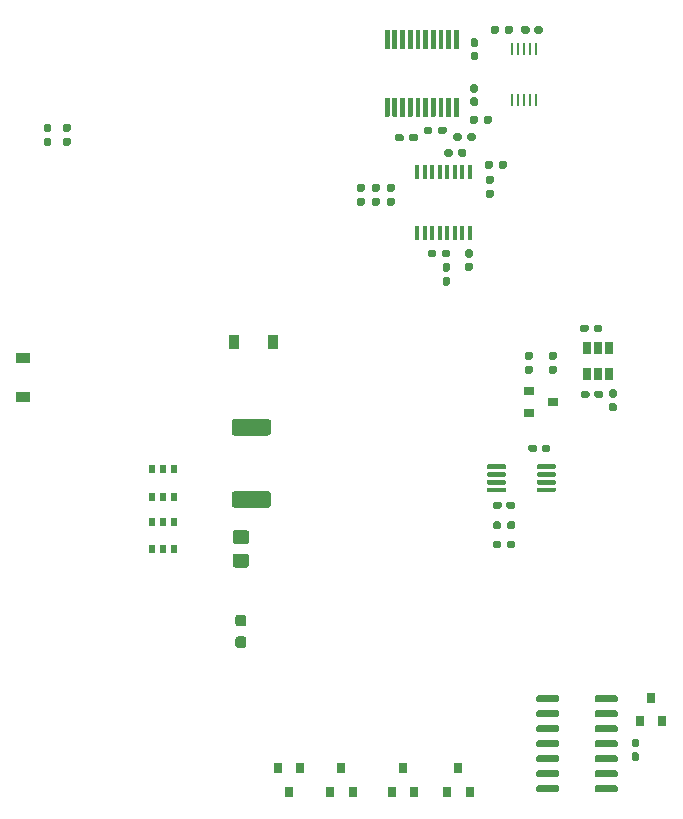
<source format=gtp>
G04 #@! TF.GenerationSoftware,KiCad,Pcbnew,(5.1.10)-1*
G04 #@! TF.CreationDate,2021-11-18T05:31:33+07:00*
G04 #@! TF.ProjectId,Georesistance PCB,47656f72-6573-4697-9374-616e63652050,1*
G04 #@! TF.SameCoordinates,Original*
G04 #@! TF.FileFunction,Paste,Top*
G04 #@! TF.FilePolarity,Positive*
%FSLAX46Y46*%
G04 Gerber Fmt 4.6, Leading zero omitted, Abs format (unit mm)*
G04 Created by KiCad (PCBNEW (5.1.10)-1) date 2021-11-18 05:31:33*
%MOMM*%
%LPD*%
G01*
G04 APERTURE LIST*
%ADD10R,0.900000X0.800000*%
%ADD11R,0.900000X1.200000*%
%ADD12R,0.510000X0.700000*%
%ADD13R,0.650000X1.060000*%
%ADD14R,0.250000X1.100000*%
%ADD15R,0.800000X0.900000*%
%ADD16R,0.400000X1.200000*%
%ADD17R,1.200000X0.900000*%
G04 APERTURE END LIST*
G36*
G01*
X74198000Y-67451000D02*
X74198000Y-67251000D01*
G75*
G02*
X74298000Y-67151000I100000J0D01*
G01*
X75723000Y-67151000D01*
G75*
G02*
X75823000Y-67251000I0J-100000D01*
G01*
X75823000Y-67451000D01*
G75*
G02*
X75723000Y-67551000I-100000J0D01*
G01*
X74298000Y-67551000D01*
G75*
G02*
X74198000Y-67451000I0J100000D01*
G01*
G37*
G36*
G01*
X74198000Y-68101000D02*
X74198000Y-67901000D01*
G75*
G02*
X74298000Y-67801000I100000J0D01*
G01*
X75723000Y-67801000D01*
G75*
G02*
X75823000Y-67901000I0J-100000D01*
G01*
X75823000Y-68101000D01*
G75*
G02*
X75723000Y-68201000I-100000J0D01*
G01*
X74298000Y-68201000D01*
G75*
G02*
X74198000Y-68101000I0J100000D01*
G01*
G37*
G36*
G01*
X74198000Y-68751000D02*
X74198000Y-68551000D01*
G75*
G02*
X74298000Y-68451000I100000J0D01*
G01*
X75723000Y-68451000D01*
G75*
G02*
X75823000Y-68551000I0J-100000D01*
G01*
X75823000Y-68751000D01*
G75*
G02*
X75723000Y-68851000I-100000J0D01*
G01*
X74298000Y-68851000D01*
G75*
G02*
X74198000Y-68751000I0J100000D01*
G01*
G37*
G36*
G01*
X74198000Y-69401000D02*
X74198000Y-69201000D01*
G75*
G02*
X74298000Y-69101000I100000J0D01*
G01*
X75723000Y-69101000D01*
G75*
G02*
X75823000Y-69201000I0J-100000D01*
G01*
X75823000Y-69401000D01*
G75*
G02*
X75723000Y-69501000I-100000J0D01*
G01*
X74298000Y-69501000D01*
G75*
G02*
X74198000Y-69401000I0J100000D01*
G01*
G37*
G36*
G01*
X69973000Y-69401000D02*
X69973000Y-69201000D01*
G75*
G02*
X70073000Y-69101000I100000J0D01*
G01*
X71498000Y-69101000D01*
G75*
G02*
X71598000Y-69201000I0J-100000D01*
G01*
X71598000Y-69401000D01*
G75*
G02*
X71498000Y-69501000I-100000J0D01*
G01*
X70073000Y-69501000D01*
G75*
G02*
X69973000Y-69401000I0J100000D01*
G01*
G37*
G36*
G01*
X69973000Y-68751000D02*
X69973000Y-68551000D01*
G75*
G02*
X70073000Y-68451000I100000J0D01*
G01*
X71498000Y-68451000D01*
G75*
G02*
X71598000Y-68551000I0J-100000D01*
G01*
X71598000Y-68751000D01*
G75*
G02*
X71498000Y-68851000I-100000J0D01*
G01*
X70073000Y-68851000D01*
G75*
G02*
X69973000Y-68751000I0J100000D01*
G01*
G37*
G36*
G01*
X69973000Y-68101000D02*
X69973000Y-67901000D01*
G75*
G02*
X70073000Y-67801000I100000J0D01*
G01*
X71498000Y-67801000D01*
G75*
G02*
X71598000Y-67901000I0J-100000D01*
G01*
X71598000Y-68101000D01*
G75*
G02*
X71498000Y-68201000I-100000J0D01*
G01*
X70073000Y-68201000D01*
G75*
G02*
X69973000Y-68101000I0J100000D01*
G01*
G37*
G36*
G01*
X69973000Y-67451000D02*
X69973000Y-67251000D01*
G75*
G02*
X70073000Y-67151000I100000J0D01*
G01*
X71498000Y-67151000D01*
G75*
G02*
X71598000Y-67251000I0J-100000D01*
G01*
X71598000Y-67451000D01*
G75*
G02*
X71498000Y-67551000I-100000J0D01*
G01*
X70073000Y-67551000D01*
G75*
G02*
X69973000Y-67451000I0J100000D01*
G01*
G37*
D10*
X75549000Y-61849000D03*
X73549000Y-62799000D03*
X73549000Y-60899000D03*
D11*
X51878500Y-56769000D03*
X48578500Y-56769000D03*
G36*
G01*
X81047000Y-94465000D02*
X81047000Y-94765000D01*
G75*
G02*
X80897000Y-94915000I-150000J0D01*
G01*
X79247000Y-94915000D01*
G75*
G02*
X79097000Y-94765000I0J150000D01*
G01*
X79097000Y-94465000D01*
G75*
G02*
X79247000Y-94315000I150000J0D01*
G01*
X80897000Y-94315000D01*
G75*
G02*
X81047000Y-94465000I0J-150000D01*
G01*
G37*
G36*
G01*
X81047000Y-93195000D02*
X81047000Y-93495000D01*
G75*
G02*
X80897000Y-93645000I-150000J0D01*
G01*
X79247000Y-93645000D01*
G75*
G02*
X79097000Y-93495000I0J150000D01*
G01*
X79097000Y-93195000D01*
G75*
G02*
X79247000Y-93045000I150000J0D01*
G01*
X80897000Y-93045000D01*
G75*
G02*
X81047000Y-93195000I0J-150000D01*
G01*
G37*
G36*
G01*
X81047000Y-91925000D02*
X81047000Y-92225000D01*
G75*
G02*
X80897000Y-92375000I-150000J0D01*
G01*
X79247000Y-92375000D01*
G75*
G02*
X79097000Y-92225000I0J150000D01*
G01*
X79097000Y-91925000D01*
G75*
G02*
X79247000Y-91775000I150000J0D01*
G01*
X80897000Y-91775000D01*
G75*
G02*
X81047000Y-91925000I0J-150000D01*
G01*
G37*
G36*
G01*
X81047000Y-90655000D02*
X81047000Y-90955000D01*
G75*
G02*
X80897000Y-91105000I-150000J0D01*
G01*
X79247000Y-91105000D01*
G75*
G02*
X79097000Y-90955000I0J150000D01*
G01*
X79097000Y-90655000D01*
G75*
G02*
X79247000Y-90505000I150000J0D01*
G01*
X80897000Y-90505000D01*
G75*
G02*
X81047000Y-90655000I0J-150000D01*
G01*
G37*
G36*
G01*
X81047000Y-89385000D02*
X81047000Y-89685000D01*
G75*
G02*
X80897000Y-89835000I-150000J0D01*
G01*
X79247000Y-89835000D01*
G75*
G02*
X79097000Y-89685000I0J150000D01*
G01*
X79097000Y-89385000D01*
G75*
G02*
X79247000Y-89235000I150000J0D01*
G01*
X80897000Y-89235000D01*
G75*
G02*
X81047000Y-89385000I0J-150000D01*
G01*
G37*
G36*
G01*
X81047000Y-88115000D02*
X81047000Y-88415000D01*
G75*
G02*
X80897000Y-88565000I-150000J0D01*
G01*
X79247000Y-88565000D01*
G75*
G02*
X79097000Y-88415000I0J150000D01*
G01*
X79097000Y-88115000D01*
G75*
G02*
X79247000Y-87965000I150000J0D01*
G01*
X80897000Y-87965000D01*
G75*
G02*
X81047000Y-88115000I0J-150000D01*
G01*
G37*
G36*
G01*
X81047000Y-86845000D02*
X81047000Y-87145000D01*
G75*
G02*
X80897000Y-87295000I-150000J0D01*
G01*
X79247000Y-87295000D01*
G75*
G02*
X79097000Y-87145000I0J150000D01*
G01*
X79097000Y-86845000D01*
G75*
G02*
X79247000Y-86695000I150000J0D01*
G01*
X80897000Y-86695000D01*
G75*
G02*
X81047000Y-86845000I0J-150000D01*
G01*
G37*
G36*
G01*
X76097000Y-86845000D02*
X76097000Y-87145000D01*
G75*
G02*
X75947000Y-87295000I-150000J0D01*
G01*
X74297000Y-87295000D01*
G75*
G02*
X74147000Y-87145000I0J150000D01*
G01*
X74147000Y-86845000D01*
G75*
G02*
X74297000Y-86695000I150000J0D01*
G01*
X75947000Y-86695000D01*
G75*
G02*
X76097000Y-86845000I0J-150000D01*
G01*
G37*
G36*
G01*
X76097000Y-88115000D02*
X76097000Y-88415000D01*
G75*
G02*
X75947000Y-88565000I-150000J0D01*
G01*
X74297000Y-88565000D01*
G75*
G02*
X74147000Y-88415000I0J150000D01*
G01*
X74147000Y-88115000D01*
G75*
G02*
X74297000Y-87965000I150000J0D01*
G01*
X75947000Y-87965000D01*
G75*
G02*
X76097000Y-88115000I0J-150000D01*
G01*
G37*
G36*
G01*
X76097000Y-89385000D02*
X76097000Y-89685000D01*
G75*
G02*
X75947000Y-89835000I-150000J0D01*
G01*
X74297000Y-89835000D01*
G75*
G02*
X74147000Y-89685000I0J150000D01*
G01*
X74147000Y-89385000D01*
G75*
G02*
X74297000Y-89235000I150000J0D01*
G01*
X75947000Y-89235000D01*
G75*
G02*
X76097000Y-89385000I0J-150000D01*
G01*
G37*
G36*
G01*
X76097000Y-90655000D02*
X76097000Y-90955000D01*
G75*
G02*
X75947000Y-91105000I-150000J0D01*
G01*
X74297000Y-91105000D01*
G75*
G02*
X74147000Y-90955000I0J150000D01*
G01*
X74147000Y-90655000D01*
G75*
G02*
X74297000Y-90505000I150000J0D01*
G01*
X75947000Y-90505000D01*
G75*
G02*
X76097000Y-90655000I0J-150000D01*
G01*
G37*
G36*
G01*
X76097000Y-91925000D02*
X76097000Y-92225000D01*
G75*
G02*
X75947000Y-92375000I-150000J0D01*
G01*
X74297000Y-92375000D01*
G75*
G02*
X74147000Y-92225000I0J150000D01*
G01*
X74147000Y-91925000D01*
G75*
G02*
X74297000Y-91775000I150000J0D01*
G01*
X75947000Y-91775000D01*
G75*
G02*
X76097000Y-91925000I0J-150000D01*
G01*
G37*
G36*
G01*
X76097000Y-93195000D02*
X76097000Y-93495000D01*
G75*
G02*
X75947000Y-93645000I-150000J0D01*
G01*
X74297000Y-93645000D01*
G75*
G02*
X74147000Y-93495000I0J150000D01*
G01*
X74147000Y-93195000D01*
G75*
G02*
X74297000Y-93045000I150000J0D01*
G01*
X75947000Y-93045000D01*
G75*
G02*
X76097000Y-93195000I0J-150000D01*
G01*
G37*
G36*
G01*
X76097000Y-94465000D02*
X76097000Y-94765000D01*
G75*
G02*
X75947000Y-94915000I-150000J0D01*
G01*
X74297000Y-94915000D01*
G75*
G02*
X74147000Y-94765000I0J150000D01*
G01*
X74147000Y-94465000D01*
G75*
G02*
X74297000Y-94315000I150000J0D01*
G01*
X75947000Y-94315000D01*
G75*
G02*
X76097000Y-94465000I0J-150000D01*
G01*
G37*
G36*
G01*
X66388000Y-50099000D02*
X66708000Y-50099000D01*
G75*
G02*
X66868000Y-50259000I0J-160000D01*
G01*
X66868000Y-50654000D01*
G75*
G02*
X66708000Y-50814000I-160000J0D01*
G01*
X66388000Y-50814000D01*
G75*
G02*
X66228000Y-50654000I0J160000D01*
G01*
X66228000Y-50259000D01*
G75*
G02*
X66388000Y-50099000I160000J0D01*
G01*
G37*
G36*
G01*
X66388000Y-51294000D02*
X66708000Y-51294000D01*
G75*
G02*
X66868000Y-51454000I0J-160000D01*
G01*
X66868000Y-51849000D01*
G75*
G02*
X66708000Y-52009000I-160000J0D01*
G01*
X66388000Y-52009000D01*
G75*
G02*
X66228000Y-51849000I0J160000D01*
G01*
X66228000Y-51454000D01*
G75*
G02*
X66388000Y-51294000I160000J0D01*
G01*
G37*
G36*
G01*
X65673000Y-49116000D02*
X65673000Y-49436000D01*
G75*
G02*
X65513000Y-49596000I-160000J0D01*
G01*
X65118000Y-49596000D01*
G75*
G02*
X64958000Y-49436000I0J160000D01*
G01*
X64958000Y-49116000D01*
G75*
G02*
X65118000Y-48956000I160000J0D01*
G01*
X65513000Y-48956000D01*
G75*
G02*
X65673000Y-49116000I0J-160000D01*
G01*
G37*
G36*
G01*
X66868000Y-49116000D02*
X66868000Y-49436000D01*
G75*
G02*
X66708000Y-49596000I-160000J0D01*
G01*
X66313000Y-49596000D01*
G75*
G02*
X66153000Y-49436000I0J160000D01*
G01*
X66153000Y-49116000D01*
G75*
G02*
X66313000Y-48956000I160000J0D01*
G01*
X66708000Y-48956000D01*
G75*
G02*
X66868000Y-49116000I0J-160000D01*
G01*
G37*
G36*
G01*
X70071000Y-43890500D02*
X70391000Y-43890500D01*
G75*
G02*
X70551000Y-44050500I0J-160000D01*
G01*
X70551000Y-44445500D01*
G75*
G02*
X70391000Y-44605500I-160000J0D01*
G01*
X70071000Y-44605500D01*
G75*
G02*
X69911000Y-44445500I0J160000D01*
G01*
X69911000Y-44050500D01*
G75*
G02*
X70071000Y-43890500I160000J0D01*
G01*
G37*
G36*
G01*
X70071000Y-42695500D02*
X70391000Y-42695500D01*
G75*
G02*
X70551000Y-42855500I0J-160000D01*
G01*
X70551000Y-43250500D01*
G75*
G02*
X70391000Y-43410500I-160000J0D01*
G01*
X70071000Y-43410500D01*
G75*
G02*
X69911000Y-43250500I0J160000D01*
G01*
X69911000Y-42855500D01*
G75*
G02*
X70071000Y-42695500I160000J0D01*
G01*
G37*
G36*
G01*
X48911500Y-79880000D02*
X49386500Y-79880000D01*
G75*
G02*
X49624000Y-80117500I0J-237500D01*
G01*
X49624000Y-80617500D01*
G75*
G02*
X49386500Y-80855000I-237500J0D01*
G01*
X48911500Y-80855000D01*
G75*
G02*
X48674000Y-80617500I0J237500D01*
G01*
X48674000Y-80117500D01*
G75*
G02*
X48911500Y-79880000I237500J0D01*
G01*
G37*
G36*
G01*
X48911500Y-81705000D02*
X49386500Y-81705000D01*
G75*
G02*
X49624000Y-81942500I0J-237500D01*
G01*
X49624000Y-82442500D01*
G75*
G02*
X49386500Y-82680000I-237500J0D01*
G01*
X48911500Y-82680000D01*
G75*
G02*
X48674000Y-82442500I0J237500D01*
G01*
X48674000Y-81942500D01*
G75*
G02*
X48911500Y-81705000I237500J0D01*
G01*
G37*
G36*
G01*
X48612999Y-69406000D02*
X51463001Y-69406000D01*
G75*
G02*
X51713000Y-69655999I0J-249999D01*
G01*
X51713000Y-70556001D01*
G75*
G02*
X51463001Y-70806000I-249999J0D01*
G01*
X48612999Y-70806000D01*
G75*
G02*
X48363000Y-70556001I0J249999D01*
G01*
X48363000Y-69655999D01*
G75*
G02*
X48612999Y-69406000I249999J0D01*
G01*
G37*
G36*
G01*
X48612999Y-63306000D02*
X51463001Y-63306000D01*
G75*
G02*
X51713000Y-63555999I0J-249999D01*
G01*
X51713000Y-64456001D01*
G75*
G02*
X51463001Y-64706000I-249999J0D01*
G01*
X48612999Y-64706000D01*
G75*
G02*
X48363000Y-64456001I0J249999D01*
G01*
X48363000Y-63555999D01*
G75*
G02*
X48612999Y-63306000I249999J0D01*
G01*
G37*
G36*
G01*
X48698999Y-74695000D02*
X49599001Y-74695000D01*
G75*
G02*
X49849000Y-74944999I0J-249999D01*
G01*
X49849000Y-75645001D01*
G75*
G02*
X49599001Y-75895000I-249999J0D01*
G01*
X48698999Y-75895000D01*
G75*
G02*
X48449000Y-75645001I0J249999D01*
G01*
X48449000Y-74944999D01*
G75*
G02*
X48698999Y-74695000I249999J0D01*
G01*
G37*
G36*
G01*
X48698999Y-72695000D02*
X49599001Y-72695000D01*
G75*
G02*
X49849000Y-72944999I0J-249999D01*
G01*
X49849000Y-73645001D01*
G75*
G02*
X49599001Y-73895000I-249999J0D01*
G01*
X48698999Y-73895000D01*
G75*
G02*
X48449000Y-73645001I0J249999D01*
G01*
X48449000Y-72944999D01*
G75*
G02*
X48698999Y-72695000I249999J0D01*
G01*
G37*
G36*
G01*
X73373000Y-58787000D02*
X73693000Y-58787000D01*
G75*
G02*
X73853000Y-58947000I0J-160000D01*
G01*
X73853000Y-59342000D01*
G75*
G02*
X73693000Y-59502000I-160000J0D01*
G01*
X73373000Y-59502000D01*
G75*
G02*
X73213000Y-59342000I0J160000D01*
G01*
X73213000Y-58947000D01*
G75*
G02*
X73373000Y-58787000I160000J0D01*
G01*
G37*
G36*
G01*
X73373000Y-57592000D02*
X73693000Y-57592000D01*
G75*
G02*
X73853000Y-57752000I0J-160000D01*
G01*
X73853000Y-58147000D01*
G75*
G02*
X73693000Y-58307000I-160000J0D01*
G01*
X73373000Y-58307000D01*
G75*
G02*
X73213000Y-58147000I0J160000D01*
G01*
X73213000Y-57752000D01*
G75*
G02*
X73373000Y-57592000I160000J0D01*
G01*
G37*
G36*
G01*
X59469000Y-44083000D02*
X59149000Y-44083000D01*
G75*
G02*
X58989000Y-43923000I0J160000D01*
G01*
X58989000Y-43528000D01*
G75*
G02*
X59149000Y-43368000I160000J0D01*
G01*
X59469000Y-43368000D01*
G75*
G02*
X59629000Y-43528000I0J-160000D01*
G01*
X59629000Y-43923000D01*
G75*
G02*
X59469000Y-44083000I-160000J0D01*
G01*
G37*
G36*
G01*
X59469000Y-45278000D02*
X59149000Y-45278000D01*
G75*
G02*
X58989000Y-45118000I0J160000D01*
G01*
X58989000Y-44723000D01*
G75*
G02*
X59149000Y-44563000I160000J0D01*
G01*
X59469000Y-44563000D01*
G75*
G02*
X59629000Y-44723000I0J-160000D01*
G01*
X59629000Y-45118000D01*
G75*
G02*
X59469000Y-45278000I-160000J0D01*
G01*
G37*
G36*
G01*
X62009000Y-44083000D02*
X61689000Y-44083000D01*
G75*
G02*
X61529000Y-43923000I0J160000D01*
G01*
X61529000Y-43528000D01*
G75*
G02*
X61689000Y-43368000I160000J0D01*
G01*
X62009000Y-43368000D01*
G75*
G02*
X62169000Y-43528000I0J-160000D01*
G01*
X62169000Y-43923000D01*
G75*
G02*
X62009000Y-44083000I-160000J0D01*
G01*
G37*
G36*
G01*
X62009000Y-45278000D02*
X61689000Y-45278000D01*
G75*
G02*
X61529000Y-45118000I0J160000D01*
G01*
X61529000Y-44723000D01*
G75*
G02*
X61689000Y-44563000I160000J0D01*
G01*
X62009000Y-44563000D01*
G75*
G02*
X62169000Y-44723000I0J-160000D01*
G01*
X62169000Y-45118000D01*
G75*
G02*
X62009000Y-45278000I-160000J0D01*
G01*
G37*
G36*
G01*
X63409800Y-39631600D02*
X63409800Y-39311600D01*
G75*
G02*
X63569800Y-39151600I160000J0D01*
G01*
X63964800Y-39151600D01*
G75*
G02*
X64124800Y-39311600I0J-160000D01*
G01*
X64124800Y-39631600D01*
G75*
G02*
X63964800Y-39791600I-160000J0D01*
G01*
X63569800Y-39791600D01*
G75*
G02*
X63409800Y-39631600I0J160000D01*
G01*
G37*
G36*
G01*
X62214800Y-39631600D02*
X62214800Y-39311600D01*
G75*
G02*
X62374800Y-39151600I160000J0D01*
G01*
X62769800Y-39151600D01*
G75*
G02*
X62929800Y-39311600I0J-160000D01*
G01*
X62929800Y-39631600D01*
G75*
G02*
X62769800Y-39791600I-160000J0D01*
G01*
X62374800Y-39791600D01*
G75*
G02*
X62214800Y-39631600I0J160000D01*
G01*
G37*
G36*
G01*
X32926000Y-39003000D02*
X32606000Y-39003000D01*
G75*
G02*
X32446000Y-38843000I0J160000D01*
G01*
X32446000Y-38448000D01*
G75*
G02*
X32606000Y-38288000I160000J0D01*
G01*
X32926000Y-38288000D01*
G75*
G02*
X33086000Y-38448000I0J-160000D01*
G01*
X33086000Y-38843000D01*
G75*
G02*
X32926000Y-39003000I-160000J0D01*
G01*
G37*
G36*
G01*
X32926000Y-40198000D02*
X32606000Y-40198000D01*
G75*
G02*
X32446000Y-40038000I0J160000D01*
G01*
X32446000Y-39643000D01*
G75*
G02*
X32606000Y-39483000I160000J0D01*
G01*
X32926000Y-39483000D01*
G75*
G02*
X33086000Y-39643000I0J-160000D01*
G01*
X33086000Y-40038000D01*
G75*
G02*
X32926000Y-40198000I-160000J0D01*
G01*
G37*
G36*
G01*
X34257000Y-39483000D02*
X34577000Y-39483000D01*
G75*
G02*
X34737000Y-39643000I0J-160000D01*
G01*
X34737000Y-40038000D01*
G75*
G02*
X34577000Y-40198000I-160000J0D01*
G01*
X34257000Y-40198000D01*
G75*
G02*
X34097000Y-40038000I0J160000D01*
G01*
X34097000Y-39643000D01*
G75*
G02*
X34257000Y-39483000I160000J0D01*
G01*
G37*
G36*
G01*
X34257000Y-38288000D02*
X34577000Y-38288000D01*
G75*
G02*
X34737000Y-38448000I0J-160000D01*
G01*
X34737000Y-38843000D01*
G75*
G02*
X34577000Y-39003000I-160000J0D01*
G01*
X34257000Y-39003000D01*
G75*
G02*
X34097000Y-38843000I0J160000D01*
G01*
X34097000Y-38448000D01*
G75*
G02*
X34257000Y-38288000I160000J0D01*
G01*
G37*
G36*
G01*
X75405000Y-58787000D02*
X75725000Y-58787000D01*
G75*
G02*
X75885000Y-58947000I0J-160000D01*
G01*
X75885000Y-59342000D01*
G75*
G02*
X75725000Y-59502000I-160000J0D01*
G01*
X75405000Y-59502000D01*
G75*
G02*
X75245000Y-59342000I0J160000D01*
G01*
X75245000Y-58947000D01*
G75*
G02*
X75405000Y-58787000I160000J0D01*
G01*
G37*
G36*
G01*
X75405000Y-57592000D02*
X75725000Y-57592000D01*
G75*
G02*
X75885000Y-57752000I0J-160000D01*
G01*
X75885000Y-58147000D01*
G75*
G02*
X75725000Y-58307000I-160000J0D01*
G01*
X75405000Y-58307000D01*
G75*
G02*
X75245000Y-58147000I0J160000D01*
G01*
X75245000Y-57752000D01*
G75*
G02*
X75405000Y-57592000I160000J0D01*
G01*
G37*
G36*
G01*
X69229000Y-37813000D02*
X69229000Y-38133000D01*
G75*
G02*
X69069000Y-38293000I-160000J0D01*
G01*
X68674000Y-38293000D01*
G75*
G02*
X68514000Y-38133000I0J160000D01*
G01*
X68514000Y-37813000D01*
G75*
G02*
X68674000Y-37653000I160000J0D01*
G01*
X69069000Y-37653000D01*
G75*
G02*
X69229000Y-37813000I0J-160000D01*
G01*
G37*
G36*
G01*
X70424000Y-37813000D02*
X70424000Y-38133000D01*
G75*
G02*
X70264000Y-38293000I-160000J0D01*
G01*
X69869000Y-38293000D01*
G75*
G02*
X69709000Y-38133000I0J160000D01*
G01*
X69709000Y-37813000D01*
G75*
G02*
X69869000Y-37653000I160000J0D01*
G01*
X70264000Y-37653000D01*
G75*
G02*
X70424000Y-37813000I0J-160000D01*
G01*
G37*
D12*
X41595000Y-74312000D03*
X42545000Y-74312000D03*
X43495000Y-74312000D03*
X43495000Y-71992000D03*
X42545000Y-71992000D03*
X41595000Y-71992000D03*
X41595000Y-67547000D03*
X42545000Y-67547000D03*
X43495000Y-67547000D03*
X43495000Y-69867000D03*
X42545000Y-69867000D03*
X41595000Y-69867000D03*
D13*
X79375000Y-57320000D03*
X78425000Y-57320000D03*
X80325000Y-57320000D03*
X80325000Y-59520000D03*
X79375000Y-59520000D03*
X78425000Y-59520000D03*
D14*
X72101200Y-32013000D03*
X72601200Y-32013000D03*
X73101200Y-32013000D03*
X73601200Y-32013000D03*
X74101200Y-32013000D03*
X74101200Y-36313000D03*
X73601200Y-36313000D03*
X73101200Y-36313000D03*
X72601200Y-36313000D03*
X72101200Y-36313000D03*
G36*
G01*
X67205700Y-36121000D02*
X67574700Y-36121000D01*
G75*
G02*
X67595200Y-36141500I0J-20500D01*
G01*
X67595200Y-37670500D01*
G75*
G02*
X67574700Y-37691000I-20500J0D01*
G01*
X67205700Y-37691000D01*
G75*
G02*
X67185200Y-37670500I0J20500D01*
G01*
X67185200Y-36141500D01*
G75*
G02*
X67205700Y-36121000I20500J0D01*
G01*
G37*
G36*
G01*
X66555700Y-36121000D02*
X66924700Y-36121000D01*
G75*
G02*
X66945200Y-36141500I0J-20500D01*
G01*
X66945200Y-37670500D01*
G75*
G02*
X66924700Y-37691000I-20500J0D01*
G01*
X66555700Y-37691000D01*
G75*
G02*
X66535200Y-37670500I0J20500D01*
G01*
X66535200Y-36141500D01*
G75*
G02*
X66555700Y-36121000I20500J0D01*
G01*
G37*
G36*
G01*
X65905700Y-36121000D02*
X66274700Y-36121000D01*
G75*
G02*
X66295200Y-36141500I0J-20500D01*
G01*
X66295200Y-37670500D01*
G75*
G02*
X66274700Y-37691000I-20500J0D01*
G01*
X65905700Y-37691000D01*
G75*
G02*
X65885200Y-37670500I0J20500D01*
G01*
X65885200Y-36141500D01*
G75*
G02*
X65905700Y-36121000I20500J0D01*
G01*
G37*
G36*
G01*
X65255700Y-36121000D02*
X65624700Y-36121000D01*
G75*
G02*
X65645200Y-36141500I0J-20500D01*
G01*
X65645200Y-37670500D01*
G75*
G02*
X65624700Y-37691000I-20500J0D01*
G01*
X65255700Y-37691000D01*
G75*
G02*
X65235200Y-37670500I0J20500D01*
G01*
X65235200Y-36141500D01*
G75*
G02*
X65255700Y-36121000I20500J0D01*
G01*
G37*
G36*
G01*
X64605700Y-36121000D02*
X64974700Y-36121000D01*
G75*
G02*
X64995200Y-36141500I0J-20500D01*
G01*
X64995200Y-37670500D01*
G75*
G02*
X64974700Y-37691000I-20500J0D01*
G01*
X64605700Y-37691000D01*
G75*
G02*
X64585200Y-37670500I0J20500D01*
G01*
X64585200Y-36141500D01*
G75*
G02*
X64605700Y-36121000I20500J0D01*
G01*
G37*
G36*
G01*
X63955700Y-36121000D02*
X64324700Y-36121000D01*
G75*
G02*
X64345200Y-36141500I0J-20500D01*
G01*
X64345200Y-37670500D01*
G75*
G02*
X64324700Y-37691000I-20500J0D01*
G01*
X63955700Y-37691000D01*
G75*
G02*
X63935200Y-37670500I0J20500D01*
G01*
X63935200Y-36141500D01*
G75*
G02*
X63955700Y-36121000I20500J0D01*
G01*
G37*
G36*
G01*
X63305700Y-36121000D02*
X63674700Y-36121000D01*
G75*
G02*
X63695200Y-36141500I0J-20500D01*
G01*
X63695200Y-37670500D01*
G75*
G02*
X63674700Y-37691000I-20500J0D01*
G01*
X63305700Y-37691000D01*
G75*
G02*
X63285200Y-37670500I0J20500D01*
G01*
X63285200Y-36141500D01*
G75*
G02*
X63305700Y-36121000I20500J0D01*
G01*
G37*
G36*
G01*
X62655700Y-36121000D02*
X63024700Y-36121000D01*
G75*
G02*
X63045200Y-36141500I0J-20500D01*
G01*
X63045200Y-37670500D01*
G75*
G02*
X63024700Y-37691000I-20500J0D01*
G01*
X62655700Y-37691000D01*
G75*
G02*
X62635200Y-37670500I0J20500D01*
G01*
X62635200Y-36141500D01*
G75*
G02*
X62655700Y-36121000I20500J0D01*
G01*
G37*
G36*
G01*
X62005700Y-36121000D02*
X62374700Y-36121000D01*
G75*
G02*
X62395200Y-36141500I0J-20500D01*
G01*
X62395200Y-37670500D01*
G75*
G02*
X62374700Y-37691000I-20500J0D01*
G01*
X62005700Y-37691000D01*
G75*
G02*
X61985200Y-37670500I0J20500D01*
G01*
X61985200Y-36141500D01*
G75*
G02*
X62005700Y-36121000I20500J0D01*
G01*
G37*
G36*
G01*
X61355700Y-36121000D02*
X61724700Y-36121000D01*
G75*
G02*
X61745200Y-36141500I0J-20500D01*
G01*
X61745200Y-37670500D01*
G75*
G02*
X61724700Y-37691000I-20500J0D01*
G01*
X61355700Y-37691000D01*
G75*
G02*
X61335200Y-37670500I0J20500D01*
G01*
X61335200Y-36141500D01*
G75*
G02*
X61355700Y-36121000I20500J0D01*
G01*
G37*
G36*
G01*
X61355700Y-30381000D02*
X61724700Y-30381000D01*
G75*
G02*
X61745200Y-30401500I0J-20500D01*
G01*
X61745200Y-31930500D01*
G75*
G02*
X61724700Y-31951000I-20500J0D01*
G01*
X61355700Y-31951000D01*
G75*
G02*
X61335200Y-31930500I0J20500D01*
G01*
X61335200Y-30401500D01*
G75*
G02*
X61355700Y-30381000I20500J0D01*
G01*
G37*
G36*
G01*
X62005700Y-30381000D02*
X62374700Y-30381000D01*
G75*
G02*
X62395200Y-30401500I0J-20500D01*
G01*
X62395200Y-31930500D01*
G75*
G02*
X62374700Y-31951000I-20500J0D01*
G01*
X62005700Y-31951000D01*
G75*
G02*
X61985200Y-31930500I0J20500D01*
G01*
X61985200Y-30401500D01*
G75*
G02*
X62005700Y-30381000I20500J0D01*
G01*
G37*
G36*
G01*
X62655700Y-30381000D02*
X63024700Y-30381000D01*
G75*
G02*
X63045200Y-30401500I0J-20500D01*
G01*
X63045200Y-31930500D01*
G75*
G02*
X63024700Y-31951000I-20500J0D01*
G01*
X62655700Y-31951000D01*
G75*
G02*
X62635200Y-31930500I0J20500D01*
G01*
X62635200Y-30401500D01*
G75*
G02*
X62655700Y-30381000I20500J0D01*
G01*
G37*
G36*
G01*
X63305700Y-30381000D02*
X63674700Y-30381000D01*
G75*
G02*
X63695200Y-30401500I0J-20500D01*
G01*
X63695200Y-31930500D01*
G75*
G02*
X63674700Y-31951000I-20500J0D01*
G01*
X63305700Y-31951000D01*
G75*
G02*
X63285200Y-31930500I0J20500D01*
G01*
X63285200Y-30401500D01*
G75*
G02*
X63305700Y-30381000I20500J0D01*
G01*
G37*
G36*
G01*
X63955700Y-30381000D02*
X64324700Y-30381000D01*
G75*
G02*
X64345200Y-30401500I0J-20500D01*
G01*
X64345200Y-31930500D01*
G75*
G02*
X64324700Y-31951000I-20500J0D01*
G01*
X63955700Y-31951000D01*
G75*
G02*
X63935200Y-31930500I0J20500D01*
G01*
X63935200Y-30401500D01*
G75*
G02*
X63955700Y-30381000I20500J0D01*
G01*
G37*
G36*
G01*
X64605700Y-30381000D02*
X64974700Y-30381000D01*
G75*
G02*
X64995200Y-30401500I0J-20500D01*
G01*
X64995200Y-31930500D01*
G75*
G02*
X64974700Y-31951000I-20500J0D01*
G01*
X64605700Y-31951000D01*
G75*
G02*
X64585200Y-31930500I0J20500D01*
G01*
X64585200Y-30401500D01*
G75*
G02*
X64605700Y-30381000I20500J0D01*
G01*
G37*
G36*
G01*
X65255700Y-30381000D02*
X65624700Y-30381000D01*
G75*
G02*
X65645200Y-30401500I0J-20500D01*
G01*
X65645200Y-31930500D01*
G75*
G02*
X65624700Y-31951000I-20500J0D01*
G01*
X65255700Y-31951000D01*
G75*
G02*
X65235200Y-31930500I0J20500D01*
G01*
X65235200Y-30401500D01*
G75*
G02*
X65255700Y-30381000I20500J0D01*
G01*
G37*
G36*
G01*
X65905700Y-30381000D02*
X66274700Y-30381000D01*
G75*
G02*
X66295200Y-30401500I0J-20500D01*
G01*
X66295200Y-31930500D01*
G75*
G02*
X66274700Y-31951000I-20500J0D01*
G01*
X65905700Y-31951000D01*
G75*
G02*
X65885200Y-31930500I0J20500D01*
G01*
X65885200Y-30401500D01*
G75*
G02*
X65905700Y-30381000I20500J0D01*
G01*
G37*
G36*
G01*
X66555700Y-30381000D02*
X66924700Y-30381000D01*
G75*
G02*
X66945200Y-30401500I0J-20500D01*
G01*
X66945200Y-31930500D01*
G75*
G02*
X66924700Y-31951000I-20500J0D01*
G01*
X66555700Y-31951000D01*
G75*
G02*
X66535200Y-31930500I0J20500D01*
G01*
X66535200Y-30401500D01*
G75*
G02*
X66555700Y-30381000I20500J0D01*
G01*
G37*
G36*
G01*
X67205700Y-30381000D02*
X67574700Y-30381000D01*
G75*
G02*
X67595200Y-30401500I0J-20500D01*
G01*
X67595200Y-31930500D01*
G75*
G02*
X67574700Y-31951000I-20500J0D01*
G01*
X67205700Y-31951000D01*
G75*
G02*
X67185200Y-31930500I0J20500D01*
G01*
X67185200Y-30401500D01*
G75*
G02*
X67205700Y-30381000I20500J0D01*
G01*
G37*
D15*
X82931000Y-88900000D03*
X84831000Y-88900000D03*
X83881000Y-86900000D03*
D16*
X68516500Y-47558000D03*
X67881500Y-47558000D03*
X67246500Y-47558000D03*
X66611500Y-47558000D03*
X65976500Y-47558000D03*
X65341500Y-47558000D03*
X64706500Y-47558000D03*
X64071500Y-47558000D03*
X64071500Y-42358000D03*
X64706500Y-42358000D03*
X65341500Y-42358000D03*
X65976500Y-42358000D03*
X66611500Y-42358000D03*
X67246500Y-42358000D03*
X67881500Y-42358000D03*
X68516500Y-42358000D03*
G36*
G01*
X60739000Y-44083000D02*
X60419000Y-44083000D01*
G75*
G02*
X60259000Y-43923000I0J160000D01*
G01*
X60259000Y-43528000D01*
G75*
G02*
X60419000Y-43368000I160000J0D01*
G01*
X60739000Y-43368000D01*
G75*
G02*
X60899000Y-43528000I0J-160000D01*
G01*
X60899000Y-43923000D01*
G75*
G02*
X60739000Y-44083000I-160000J0D01*
G01*
G37*
G36*
G01*
X60739000Y-45278000D02*
X60419000Y-45278000D01*
G75*
G02*
X60259000Y-45118000I0J160000D01*
G01*
X60259000Y-44723000D01*
G75*
G02*
X60419000Y-44563000I160000J0D01*
G01*
X60739000Y-44563000D01*
G75*
G02*
X60899000Y-44723000I0J-160000D01*
G01*
X60899000Y-45118000D01*
G75*
G02*
X60739000Y-45278000I-160000J0D01*
G01*
G37*
G36*
G01*
X65368200Y-38702000D02*
X65368200Y-39022000D01*
G75*
G02*
X65208200Y-39182000I-160000J0D01*
G01*
X64813200Y-39182000D01*
G75*
G02*
X64653200Y-39022000I0J160000D01*
G01*
X64653200Y-38702000D01*
G75*
G02*
X64813200Y-38542000I160000J0D01*
G01*
X65208200Y-38542000D01*
G75*
G02*
X65368200Y-38702000I0J-160000D01*
G01*
G37*
G36*
G01*
X66563200Y-38702000D02*
X66563200Y-39022000D01*
G75*
G02*
X66403200Y-39182000I-160000J0D01*
G01*
X66008200Y-39182000D01*
G75*
G02*
X65848200Y-39022000I0J160000D01*
G01*
X65848200Y-38702000D01*
G75*
G02*
X66008200Y-38542000I160000J0D01*
G01*
X66403200Y-38542000D01*
G75*
G02*
X66563200Y-38702000I0J-160000D01*
G01*
G37*
G36*
G01*
X67832000Y-39273500D02*
X67832000Y-39593500D01*
G75*
G02*
X67672000Y-39753500I-160000J0D01*
G01*
X67277000Y-39753500D01*
G75*
G02*
X67117000Y-39593500I0J160000D01*
G01*
X67117000Y-39273500D01*
G75*
G02*
X67277000Y-39113500I160000J0D01*
G01*
X67672000Y-39113500D01*
G75*
G02*
X67832000Y-39273500I0J-160000D01*
G01*
G37*
G36*
G01*
X69027000Y-39273500D02*
X69027000Y-39593500D01*
G75*
G02*
X68867000Y-39753500I-160000J0D01*
G01*
X68472000Y-39753500D01*
G75*
G02*
X68312000Y-39593500I0J160000D01*
G01*
X68312000Y-39273500D01*
G75*
G02*
X68472000Y-39113500I160000J0D01*
G01*
X68867000Y-39113500D01*
G75*
G02*
X69027000Y-39273500I0J-160000D01*
G01*
G37*
G36*
G01*
X71007000Y-30193000D02*
X71007000Y-30513000D01*
G75*
G02*
X70847000Y-30673000I-160000J0D01*
G01*
X70452000Y-30673000D01*
G75*
G02*
X70292000Y-30513000I0J160000D01*
G01*
X70292000Y-30193000D01*
G75*
G02*
X70452000Y-30033000I160000J0D01*
G01*
X70847000Y-30033000D01*
G75*
G02*
X71007000Y-30193000I0J-160000D01*
G01*
G37*
G36*
G01*
X72202000Y-30193000D02*
X72202000Y-30513000D01*
G75*
G02*
X72042000Y-30673000I-160000J0D01*
G01*
X71647000Y-30673000D01*
G75*
G02*
X71487000Y-30513000I0J160000D01*
G01*
X71487000Y-30193000D01*
G75*
G02*
X71647000Y-30033000I160000J0D01*
G01*
X72042000Y-30033000D01*
G75*
G02*
X72202000Y-30193000I0J-160000D01*
G01*
G37*
G36*
G01*
X71677500Y-72458560D02*
X71677500Y-72138560D01*
G75*
G02*
X71837500Y-71978560I160000J0D01*
G01*
X72232500Y-71978560D01*
G75*
G02*
X72392500Y-72138560I0J-160000D01*
G01*
X72392500Y-72458560D01*
G75*
G02*
X72232500Y-72618560I-160000J0D01*
G01*
X71837500Y-72618560D01*
G75*
G02*
X71677500Y-72458560I0J160000D01*
G01*
G37*
G36*
G01*
X70482500Y-72458560D02*
X70482500Y-72138560D01*
G75*
G02*
X70642500Y-71978560I160000J0D01*
G01*
X71037500Y-71978560D01*
G75*
G02*
X71197500Y-72138560I0J-160000D01*
G01*
X71197500Y-72458560D01*
G75*
G02*
X71037500Y-72618560I-160000J0D01*
G01*
X70642500Y-72618560D01*
G75*
G02*
X70482500Y-72458560I0J160000D01*
G01*
G37*
G36*
G01*
X71674960Y-74074000D02*
X71674960Y-73754000D01*
G75*
G02*
X71834960Y-73594000I160000J0D01*
G01*
X72229960Y-73594000D01*
G75*
G02*
X72389960Y-73754000I0J-160000D01*
G01*
X72389960Y-74074000D01*
G75*
G02*
X72229960Y-74234000I-160000J0D01*
G01*
X71834960Y-74234000D01*
G75*
G02*
X71674960Y-74074000I0J160000D01*
G01*
G37*
G36*
G01*
X70479960Y-74074000D02*
X70479960Y-73754000D01*
G75*
G02*
X70639960Y-73594000I160000J0D01*
G01*
X71034960Y-73594000D01*
G75*
G02*
X71194960Y-73754000I0J-160000D01*
G01*
X71194960Y-74074000D01*
G75*
G02*
X71034960Y-74234000I-160000J0D01*
G01*
X70639960Y-74234000D01*
G75*
G02*
X70479960Y-74074000I0J160000D01*
G01*
G37*
G36*
G01*
X70979000Y-41943000D02*
X70979000Y-41623000D01*
G75*
G02*
X71139000Y-41463000I160000J0D01*
G01*
X71534000Y-41463000D01*
G75*
G02*
X71694000Y-41623000I0J-160000D01*
G01*
X71694000Y-41943000D01*
G75*
G02*
X71534000Y-42103000I-160000J0D01*
G01*
X71139000Y-42103000D01*
G75*
G02*
X70979000Y-41943000I0J160000D01*
G01*
G37*
G36*
G01*
X69784000Y-41943000D02*
X69784000Y-41623000D01*
G75*
G02*
X69944000Y-41463000I160000J0D01*
G01*
X70339000Y-41463000D01*
G75*
G02*
X70499000Y-41623000I0J-160000D01*
G01*
X70499000Y-41943000D01*
G75*
G02*
X70339000Y-42103000I-160000J0D01*
G01*
X69944000Y-42103000D01*
G75*
G02*
X69784000Y-41943000I0J160000D01*
G01*
G37*
D15*
X67564000Y-92853000D03*
X68514000Y-94853000D03*
X66614000Y-94853000D03*
X62865000Y-92853000D03*
X63815000Y-94853000D03*
X61915000Y-94853000D03*
X53213000Y-94853000D03*
X52263000Y-92853000D03*
X54163000Y-92853000D03*
X57658000Y-92853000D03*
X58608000Y-94853000D03*
X56708000Y-94853000D03*
D17*
X30734000Y-61403500D03*
X30734000Y-58103500D03*
G36*
G01*
X78667000Y-61059000D02*
X78667000Y-61369000D01*
G75*
G02*
X78512000Y-61524000I-155000J0D01*
G01*
X78087000Y-61524000D01*
G75*
G02*
X77932000Y-61369000I0J155000D01*
G01*
X77932000Y-61059000D01*
G75*
G02*
X78087000Y-60904000I155000J0D01*
G01*
X78512000Y-60904000D01*
G75*
G02*
X78667000Y-61059000I0J-155000D01*
G01*
G37*
G36*
G01*
X79802000Y-61059000D02*
X79802000Y-61369000D01*
G75*
G02*
X79647000Y-61524000I-155000J0D01*
G01*
X79222000Y-61524000D01*
G75*
G02*
X79067000Y-61369000I0J155000D01*
G01*
X79067000Y-61059000D01*
G75*
G02*
X79222000Y-60904000I155000J0D01*
G01*
X79647000Y-60904000D01*
G75*
G02*
X79802000Y-61059000I0J-155000D01*
G01*
G37*
G36*
G01*
X80800000Y-61522000D02*
X80490000Y-61522000D01*
G75*
G02*
X80335000Y-61367000I0J155000D01*
G01*
X80335000Y-60942000D01*
G75*
G02*
X80490000Y-60787000I155000J0D01*
G01*
X80800000Y-60787000D01*
G75*
G02*
X80955000Y-60942000I0J-155000D01*
G01*
X80955000Y-61367000D01*
G75*
G02*
X80800000Y-61522000I-155000J0D01*
G01*
G37*
G36*
G01*
X80800000Y-62657000D02*
X80490000Y-62657000D01*
G75*
G02*
X80335000Y-62502000I0J155000D01*
G01*
X80335000Y-62077000D01*
G75*
G02*
X80490000Y-61922000I155000J0D01*
G01*
X80800000Y-61922000D01*
G75*
G02*
X80955000Y-62077000I0J-155000D01*
G01*
X80955000Y-62502000D01*
G75*
G02*
X80800000Y-62657000I-155000J0D01*
G01*
G37*
G36*
G01*
X78607500Y-55471000D02*
X78607500Y-55781000D01*
G75*
G02*
X78452500Y-55936000I-155000J0D01*
G01*
X78027500Y-55936000D01*
G75*
G02*
X77872500Y-55781000I0J155000D01*
G01*
X77872500Y-55471000D01*
G75*
G02*
X78027500Y-55316000I155000J0D01*
G01*
X78452500Y-55316000D01*
G75*
G02*
X78607500Y-55471000I0J-155000D01*
G01*
G37*
G36*
G01*
X79742500Y-55471000D02*
X79742500Y-55781000D01*
G75*
G02*
X79587500Y-55936000I-155000J0D01*
G01*
X79162500Y-55936000D01*
G75*
G02*
X79007500Y-55781000I0J155000D01*
G01*
X79007500Y-55471000D01*
G75*
G02*
X79162500Y-55316000I155000J0D01*
G01*
X79587500Y-55316000D01*
G75*
G02*
X79742500Y-55471000I0J-155000D01*
G01*
G37*
G36*
G01*
X73587000Y-30198000D02*
X73587000Y-30508000D01*
G75*
G02*
X73432000Y-30663000I-155000J0D01*
G01*
X73007000Y-30663000D01*
G75*
G02*
X72852000Y-30508000I0J155000D01*
G01*
X72852000Y-30198000D01*
G75*
G02*
X73007000Y-30043000I155000J0D01*
G01*
X73432000Y-30043000D01*
G75*
G02*
X73587000Y-30198000I0J-155000D01*
G01*
G37*
G36*
G01*
X74722000Y-30198000D02*
X74722000Y-30508000D01*
G75*
G02*
X74567000Y-30663000I-155000J0D01*
G01*
X74142000Y-30663000D01*
G75*
G02*
X73987000Y-30508000I0J155000D01*
G01*
X73987000Y-30198000D01*
G75*
G02*
X74142000Y-30043000I155000J0D01*
G01*
X74567000Y-30043000D01*
G75*
G02*
X74722000Y-30198000I0J-155000D01*
G01*
G37*
G36*
G01*
X68742500Y-36077500D02*
X69052500Y-36077500D01*
G75*
G02*
X69207500Y-36232500I0J-155000D01*
G01*
X69207500Y-36657500D01*
G75*
G02*
X69052500Y-36812500I-155000J0D01*
G01*
X68742500Y-36812500D01*
G75*
G02*
X68587500Y-36657500I0J155000D01*
G01*
X68587500Y-36232500D01*
G75*
G02*
X68742500Y-36077500I155000J0D01*
G01*
G37*
G36*
G01*
X68742500Y-34942500D02*
X69052500Y-34942500D01*
G75*
G02*
X69207500Y-35097500I0J-155000D01*
G01*
X69207500Y-35522500D01*
G75*
G02*
X69052500Y-35677500I-155000J0D01*
G01*
X68742500Y-35677500D01*
G75*
G02*
X68587500Y-35522500I0J155000D01*
G01*
X68587500Y-35097500D01*
G75*
G02*
X68742500Y-34942500I155000J0D01*
G01*
G37*
G36*
G01*
X69065200Y-31804000D02*
X68755200Y-31804000D01*
G75*
G02*
X68600200Y-31649000I0J155000D01*
G01*
X68600200Y-31224000D01*
G75*
G02*
X68755200Y-31069000I155000J0D01*
G01*
X69065200Y-31069000D01*
G75*
G02*
X69220200Y-31224000I0J-155000D01*
G01*
X69220200Y-31649000D01*
G75*
G02*
X69065200Y-31804000I-155000J0D01*
G01*
G37*
G36*
G01*
X69065200Y-32939000D02*
X68755200Y-32939000D01*
G75*
G02*
X68600200Y-32784000I0J155000D01*
G01*
X68600200Y-32359000D01*
G75*
G02*
X68755200Y-32204000I155000J0D01*
G01*
X69065200Y-32204000D01*
G75*
G02*
X69220200Y-32359000I0J-155000D01*
G01*
X69220200Y-32784000D01*
G75*
G02*
X69065200Y-32939000I-155000J0D01*
G01*
G37*
G36*
G01*
X74622000Y-65941000D02*
X74622000Y-65631000D01*
G75*
G02*
X74777000Y-65476000I155000J0D01*
G01*
X75202000Y-65476000D01*
G75*
G02*
X75357000Y-65631000I0J-155000D01*
G01*
X75357000Y-65941000D01*
G75*
G02*
X75202000Y-66096000I-155000J0D01*
G01*
X74777000Y-66096000D01*
G75*
G02*
X74622000Y-65941000I0J155000D01*
G01*
G37*
G36*
G01*
X73487000Y-65941000D02*
X73487000Y-65631000D01*
G75*
G02*
X73642000Y-65476000I155000J0D01*
G01*
X74067000Y-65476000D01*
G75*
G02*
X74222000Y-65631000I0J-155000D01*
G01*
X74222000Y-65941000D01*
G75*
G02*
X74067000Y-66096000I-155000J0D01*
G01*
X73642000Y-66096000D01*
G75*
G02*
X73487000Y-65941000I0J155000D01*
G01*
G37*
G36*
G01*
X72368500Y-70457000D02*
X72368500Y-70767000D01*
G75*
G02*
X72213500Y-70922000I-155000J0D01*
G01*
X71788500Y-70922000D01*
G75*
G02*
X71633500Y-70767000I0J155000D01*
G01*
X71633500Y-70457000D01*
G75*
G02*
X71788500Y-70302000I155000J0D01*
G01*
X72213500Y-70302000D01*
G75*
G02*
X72368500Y-70457000I0J-155000D01*
G01*
G37*
G36*
G01*
X71233500Y-70457000D02*
X71233500Y-70767000D01*
G75*
G02*
X71078500Y-70922000I-155000J0D01*
G01*
X70653500Y-70922000D01*
G75*
G02*
X70498500Y-70767000I0J155000D01*
G01*
X70498500Y-70457000D01*
G75*
G02*
X70653500Y-70302000I155000J0D01*
G01*
X71078500Y-70302000D01*
G75*
G02*
X71233500Y-70457000I0J-155000D01*
G01*
G37*
G36*
G01*
X68608000Y-49651500D02*
X68298000Y-49651500D01*
G75*
G02*
X68143000Y-49496500I0J155000D01*
G01*
X68143000Y-49071500D01*
G75*
G02*
X68298000Y-48916500I155000J0D01*
G01*
X68608000Y-48916500D01*
G75*
G02*
X68763000Y-49071500I0J-155000D01*
G01*
X68763000Y-49496500D01*
G75*
G02*
X68608000Y-49651500I-155000J0D01*
G01*
G37*
G36*
G01*
X68608000Y-50786500D02*
X68298000Y-50786500D01*
G75*
G02*
X68143000Y-50631500I0J155000D01*
G01*
X68143000Y-50206500D01*
G75*
G02*
X68298000Y-50051500I155000J0D01*
G01*
X68608000Y-50051500D01*
G75*
G02*
X68763000Y-50206500I0J-155000D01*
G01*
X68763000Y-50631500D01*
G75*
G02*
X68608000Y-50786500I-155000J0D01*
G01*
G37*
G36*
G01*
X67110000Y-40612000D02*
X67110000Y-40922000D01*
G75*
G02*
X66955000Y-41077000I-155000J0D01*
G01*
X66530000Y-41077000D01*
G75*
G02*
X66375000Y-40922000I0J155000D01*
G01*
X66375000Y-40612000D01*
G75*
G02*
X66530000Y-40457000I155000J0D01*
G01*
X66955000Y-40457000D01*
G75*
G02*
X67110000Y-40612000I0J-155000D01*
G01*
G37*
G36*
G01*
X68245000Y-40612000D02*
X68245000Y-40922000D01*
G75*
G02*
X68090000Y-41077000I-155000J0D01*
G01*
X67665000Y-41077000D01*
G75*
G02*
X67510000Y-40922000I0J155000D01*
G01*
X67510000Y-40612000D01*
G75*
G02*
X67665000Y-40457000I155000J0D01*
G01*
X68090000Y-40457000D01*
G75*
G02*
X68245000Y-40612000I0J-155000D01*
G01*
G37*
G36*
G01*
X82705000Y-92248000D02*
X82395000Y-92248000D01*
G75*
G02*
X82240000Y-92093000I0J155000D01*
G01*
X82240000Y-91668000D01*
G75*
G02*
X82395000Y-91513000I155000J0D01*
G01*
X82705000Y-91513000D01*
G75*
G02*
X82860000Y-91668000I0J-155000D01*
G01*
X82860000Y-92093000D01*
G75*
G02*
X82705000Y-92248000I-155000J0D01*
G01*
G37*
G36*
G01*
X82705000Y-91113000D02*
X82395000Y-91113000D01*
G75*
G02*
X82240000Y-90958000I0J155000D01*
G01*
X82240000Y-90533000D01*
G75*
G02*
X82395000Y-90378000I155000J0D01*
G01*
X82705000Y-90378000D01*
G75*
G02*
X82860000Y-90533000I0J-155000D01*
G01*
X82860000Y-90958000D01*
G75*
G02*
X82705000Y-91113000I-155000J0D01*
G01*
G37*
M02*

</source>
